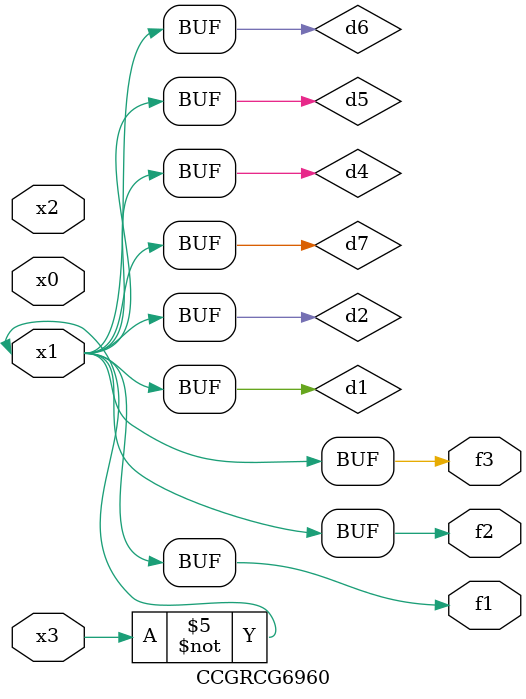
<source format=v>
module CCGRCG6960(
	input x0, x1, x2, x3,
	output f1, f2, f3
);

	wire d1, d2, d3, d4, d5, d6, d7;

	not (d1, x3);
	buf (d2, x1);
	xnor (d3, d1, d2);
	nor (d4, d1);
	buf (d5, d1, d2);
	buf (d6, d4, d5);
	nand (d7, d4);
	assign f1 = d6;
	assign f2 = d7;
	assign f3 = d6;
endmodule

</source>
